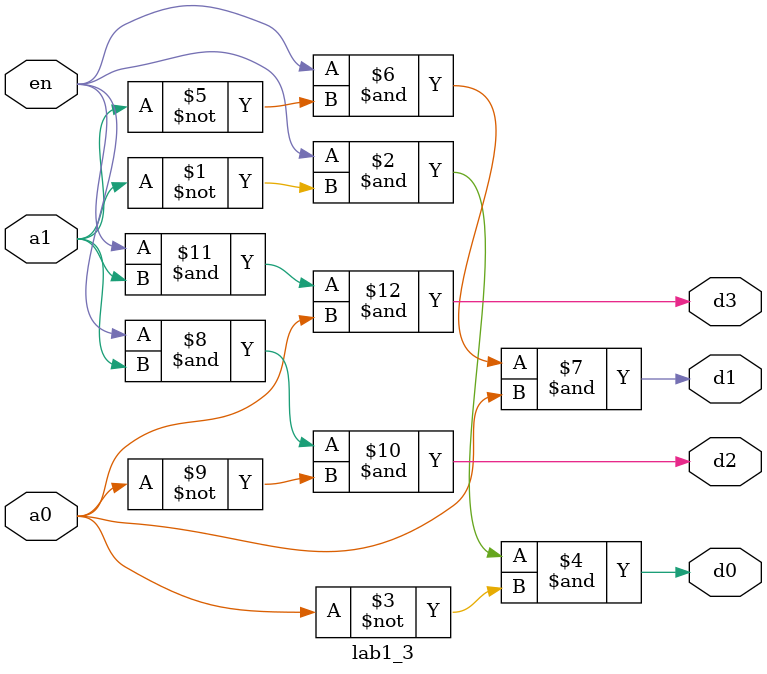
<source format=v>
`timescale 1ns / 1ps
module lab1_3(
		en,a0,a1,d0,d1,d2,d3
    );
input en,a0,a1;
output d0,d1,d2,d3;

assign d0=(en&~a1&~a0);
assign d1=(en&~a1&a0);
assign d2=(en&a1&~a0);
assign d3=(en&a1&a0);

endmodule

</source>
